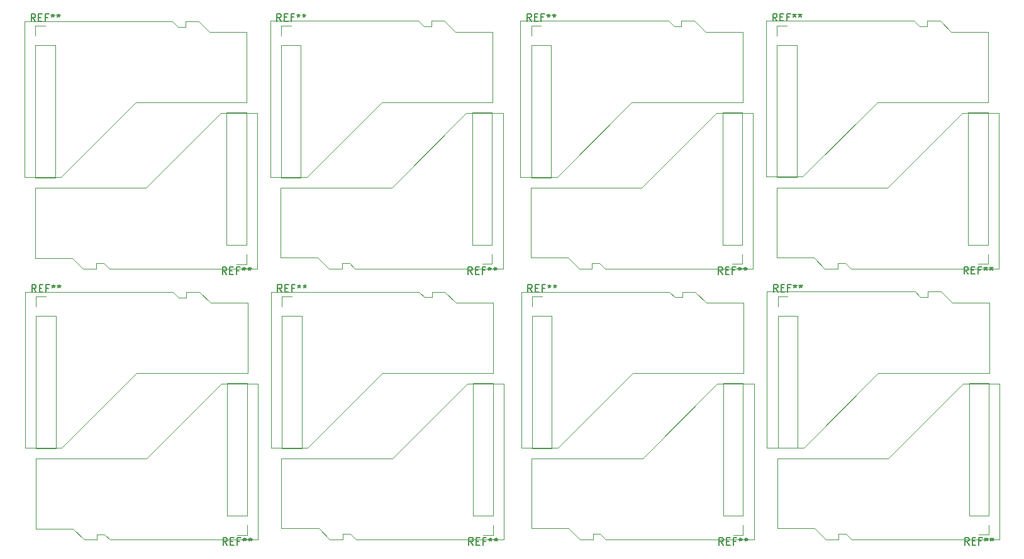
<source format=gbr>
%TF.GenerationSoftware,KiCad,Pcbnew,(7.0.0-0)*%
%TF.CreationDate,2023-03-26T23:37:05+02:00*%
%TF.ProjectId,microsdcard_sub_panelized_wocuts,6d696372-6f73-4646-9361-72645f737562,rev?*%
%TF.SameCoordinates,Original*%
%TF.FileFunction,Legend,Top*%
%TF.FilePolarity,Positive*%
%FSLAX46Y46*%
G04 Gerber Fmt 4.6, Leading zero omitted, Abs format (unit mm)*
G04 Created by KiCad (PCBNEW (7.0.0-0)) date 2023-03-26 23:37:05*
%MOMM*%
%LPD*%
G01*
G04 APERTURE LIST*
%ADD10C,0.050000*%
%ADD11C,0.150000*%
%ADD12C,0.120000*%
G04 APERTURE END LIST*
D10*
X147264200Y-88765400D02*
X137205800Y-98823800D01*
X137205800Y-98823800D02*
X122278200Y-98823800D01*
X122278200Y-108270800D02*
X122278200Y-98827200D01*
X127278201Y-108270800D02*
X122278200Y-108270800D01*
X152191800Y-109770800D02*
X152191800Y-88765399D01*
X130528200Y-109770800D02*
X128778200Y-109770800D01*
X152191800Y-88765399D02*
X147264200Y-88765400D01*
X102786000Y-87322000D02*
X117713600Y-87322000D01*
X107713600Y-76375000D02*
X87800000Y-76375000D01*
X87800000Y-97380400D02*
X92727600Y-97380400D01*
X87800000Y-76375000D02*
X87800000Y-97380400D01*
X117713600Y-77875000D02*
X117713600Y-87318600D01*
X109463600Y-77125000D02*
X109463600Y-76375000D01*
X112713600Y-77875000D02*
X117713600Y-77875000D01*
X109463600Y-76375000D02*
X111213600Y-76375000D01*
X92727600Y-97380400D02*
X102786000Y-87322000D01*
X108463600Y-77125000D02*
X109463600Y-77125000D01*
X107713600Y-76375000D02*
X108463600Y-77125000D01*
X111213600Y-76375000D02*
X112713600Y-77875000D01*
X132278200Y-109770800D02*
X131528199Y-109020800D01*
X130528201Y-109020800D02*
X130528200Y-109770800D01*
X128778200Y-109770800D02*
X127278201Y-108270800D01*
X119115200Y-109785400D02*
X119115200Y-88779999D01*
X89201600Y-108285400D02*
X89201600Y-98841800D01*
X95701600Y-109785400D02*
X94201601Y-108285400D01*
X94201601Y-108285400D02*
X89201600Y-108285400D01*
X98451599Y-109035400D02*
X97451601Y-109035400D01*
X99201600Y-109785400D02*
X98451599Y-109035400D01*
X114187600Y-88780000D02*
X104129200Y-98838400D01*
X99201600Y-109785400D02*
X119115200Y-109785400D01*
X97451600Y-109785400D02*
X95701600Y-109785400D01*
X119115200Y-88779999D02*
X114187600Y-88780000D01*
X104129200Y-98838400D02*
X89201600Y-98838400D01*
X132278200Y-109770800D02*
X152191800Y-109770800D01*
X131528199Y-109020800D02*
X130528201Y-109020800D01*
X97451601Y-109035400D02*
X97451600Y-109785400D01*
X209291800Y-77095800D02*
X209291800Y-76345800D01*
X208291800Y-77095800D02*
X209291800Y-77095800D01*
X209291800Y-76345800D02*
X211041800Y-76345800D01*
X207541800Y-76345800D02*
X187628200Y-76345800D01*
X217541800Y-77845800D02*
X217541800Y-87289400D01*
X202614200Y-87292800D02*
X217541800Y-87292800D01*
X207541800Y-76345800D02*
X208291800Y-77095800D01*
X187628200Y-97351200D02*
X192555800Y-97351200D01*
X187628200Y-76345800D02*
X187628200Y-97351200D01*
X212541800Y-77845800D02*
X217541800Y-77845800D01*
X192555800Y-97351200D02*
X202614200Y-87292800D01*
X211041800Y-76345800D02*
X212541800Y-77845800D01*
X154551600Y-76360400D02*
X154551600Y-97365800D01*
X179465200Y-77860400D02*
X184465200Y-77860400D01*
X176215200Y-76360400D02*
X177965200Y-76360400D01*
X154551600Y-97365800D02*
X159479200Y-97365800D01*
X176215200Y-77110400D02*
X176215200Y-76360400D01*
X169537600Y-87307400D02*
X184465200Y-87307400D01*
X174465200Y-76360400D02*
X154551600Y-76360400D01*
X175215200Y-77110400D02*
X176215200Y-77110400D01*
X177965200Y-76360400D02*
X179465200Y-77860400D01*
X159479200Y-97365800D02*
X169537600Y-87307400D01*
X174465200Y-76360400D02*
X175215200Y-77110400D01*
X184465200Y-77860400D02*
X184465200Y-87304000D01*
X180939200Y-88765400D02*
X170880800Y-98823800D01*
X170880800Y-98823800D02*
X155953200Y-98823800D01*
X160953201Y-108270800D02*
X155953200Y-108270800D01*
X155953200Y-108270800D02*
X155953200Y-98827200D01*
X185866800Y-109770800D02*
X185866800Y-88765399D01*
X185866800Y-88765399D02*
X180939200Y-88765400D01*
X164203201Y-109020800D02*
X164203200Y-109770800D01*
X165953200Y-109770800D02*
X185866800Y-109770800D01*
X165953200Y-109770800D02*
X165203199Y-109020800D01*
X162453200Y-109770800D02*
X160953201Y-108270800D01*
X165203199Y-109020800D02*
X164203201Y-109020800D01*
X164203200Y-109770800D02*
X162453200Y-109770800D01*
X142540200Y-77110400D02*
X142540200Y-76360400D01*
X120876600Y-97365800D02*
X125804200Y-97365800D01*
X150790200Y-77860400D02*
X150790200Y-87304000D01*
X135862600Y-87307400D02*
X150790200Y-87307400D01*
X141540200Y-77110400D02*
X142540200Y-77110400D01*
X144290200Y-76360400D02*
X145790200Y-77860400D01*
X120876600Y-76360400D02*
X120876600Y-97365800D01*
X125804200Y-97365800D02*
X135862600Y-87307400D01*
X140790200Y-76360400D02*
X120876600Y-76360400D01*
X145790200Y-77860400D02*
X150790200Y-77860400D01*
X142540200Y-76360400D02*
X144290200Y-76360400D01*
X140790200Y-76360400D02*
X141540200Y-77110400D01*
X218943400Y-109756200D02*
X218943400Y-88750799D01*
X199029800Y-109756200D02*
X198279799Y-109006200D01*
X218943400Y-88750799D02*
X214015800Y-88750800D01*
X195529800Y-109756200D02*
X194029801Y-108256200D01*
X198279799Y-109006200D02*
X197279801Y-109006200D01*
X189029800Y-108256200D02*
X189029800Y-98812600D01*
X197279800Y-109756200D02*
X195529800Y-109756200D01*
X199029800Y-109756200D02*
X218943400Y-109756200D01*
X214015800Y-88750800D02*
X203957400Y-98809200D01*
X194029801Y-108256200D02*
X189029800Y-108256200D01*
X197279801Y-109006200D02*
X197279800Y-109756200D01*
X203957400Y-98809200D02*
X189029800Y-98809200D01*
X154651600Y-112860400D02*
X154651600Y-133865800D01*
X179565200Y-114360400D02*
X184565200Y-114360400D01*
X176315200Y-112860400D02*
X178065200Y-112860400D01*
X154651600Y-133865800D02*
X159579200Y-133865800D01*
X176315200Y-113610400D02*
X176315200Y-112860400D01*
X169637600Y-123807400D02*
X184565200Y-123807400D01*
X174565200Y-112860400D02*
X154651600Y-112860400D01*
X175315200Y-113610400D02*
X176315200Y-113610400D01*
X178065200Y-112860400D02*
X179565200Y-114360400D01*
X159579200Y-133865800D02*
X169637600Y-123807400D01*
X174565200Y-112860400D02*
X175315200Y-113610400D01*
X184565200Y-114360400D02*
X184565200Y-123804000D01*
X202714200Y-123792800D02*
X217641800Y-123792800D01*
X207641800Y-112845800D02*
X208391800Y-113595800D01*
X187728200Y-133851200D02*
X192655800Y-133851200D01*
X187728200Y-112845800D02*
X187728200Y-133851200D01*
X212641800Y-114345800D02*
X217641800Y-114345800D01*
X192655800Y-133851200D02*
X202714200Y-123792800D01*
X211141800Y-112845800D02*
X212641800Y-114345800D01*
X208391800Y-113595800D02*
X209391800Y-113595800D01*
X209391800Y-112845800D02*
X211141800Y-112845800D01*
X207641800Y-112845800D02*
X187728200Y-112845800D01*
X217641800Y-114345800D02*
X217641800Y-123789400D01*
X209391800Y-113595800D02*
X209391800Y-112845800D01*
X181039200Y-125265400D02*
X170980800Y-135323800D01*
X170980800Y-135323800D02*
X156053200Y-135323800D01*
X161053201Y-144770800D02*
X156053200Y-144770800D01*
X156053200Y-144770800D02*
X156053200Y-135327200D01*
X185966800Y-146270800D02*
X185966800Y-125265399D01*
X185966800Y-125265399D02*
X181039200Y-125265400D01*
X164303201Y-145520800D02*
X164303200Y-146270800D01*
X166053200Y-146270800D02*
X185966800Y-146270800D01*
X166053200Y-146270800D02*
X165303199Y-145520800D01*
X162553200Y-146270800D02*
X161053201Y-144770800D01*
X165303199Y-145520800D02*
X164303201Y-145520800D01*
X164303200Y-146270800D02*
X162553200Y-146270800D01*
X141640200Y-113610400D02*
X142640200Y-113610400D01*
X144390200Y-112860400D02*
X145890200Y-114360400D01*
X120976600Y-112860400D02*
X120976600Y-133865800D01*
X125904200Y-133865800D02*
X135962600Y-123807400D01*
X140890200Y-112860400D02*
X120976600Y-112860400D01*
X145890200Y-114360400D02*
X150890200Y-114360400D01*
X142640200Y-112860400D02*
X144390200Y-112860400D01*
X140890200Y-112860400D02*
X141640200Y-113610400D01*
X142640200Y-113610400D02*
X142640200Y-112860400D01*
X120976600Y-133865800D02*
X125904200Y-133865800D01*
X150890200Y-114360400D02*
X150890200Y-123804000D01*
X135962600Y-123807400D02*
X150890200Y-123807400D01*
X219043400Y-146256200D02*
X219043400Y-125250799D01*
X199129800Y-146256200D02*
X198379799Y-145506200D01*
X219043400Y-125250799D02*
X214115800Y-125250800D01*
X195629800Y-146256200D02*
X194129801Y-144756200D01*
X198379799Y-145506200D02*
X197379801Y-145506200D01*
X189129800Y-144756200D02*
X189129800Y-135312600D01*
X197379800Y-146256200D02*
X195629800Y-146256200D01*
X199129800Y-146256200D02*
X219043400Y-146256200D01*
X214115800Y-125250800D02*
X204057400Y-135309200D01*
X194129801Y-144756200D02*
X189129800Y-144756200D01*
X197379801Y-145506200D02*
X197379800Y-146256200D01*
X204057400Y-135309200D02*
X189129800Y-135309200D01*
X147364200Y-125265400D02*
X137305800Y-135323800D01*
X137305800Y-135323800D02*
X122378200Y-135323800D01*
X122378200Y-144770800D02*
X122378200Y-135327200D01*
X127378201Y-144770800D02*
X122378200Y-144770800D01*
X152291800Y-146270800D02*
X152291800Y-125265399D01*
X130628200Y-146270800D02*
X128878200Y-146270800D01*
X132378200Y-146270800D02*
X131628199Y-145520800D01*
X130628201Y-145520800D02*
X130628200Y-146270800D01*
X128878200Y-146270800D02*
X127378201Y-144770800D01*
X132378200Y-146270800D02*
X152291800Y-146270800D01*
X131628199Y-145520800D02*
X130628201Y-145520800D01*
X152291800Y-125265399D02*
X147364200Y-125265400D01*
X102886000Y-123822000D02*
X117813600Y-123822000D01*
X107813600Y-112875000D02*
X87900000Y-112875000D01*
X87900000Y-133880400D02*
X92827600Y-133880400D01*
X87900000Y-112875000D02*
X87900000Y-133880400D01*
X117813600Y-114375000D02*
X117813600Y-123818600D01*
X109563600Y-113625000D02*
X109563600Y-112875000D01*
X112813600Y-114375000D02*
X117813600Y-114375000D01*
X109563600Y-112875000D02*
X111313600Y-112875000D01*
X92827600Y-133880400D02*
X102886000Y-123822000D01*
X108563600Y-113625000D02*
X109563600Y-113625000D01*
X107813600Y-112875000D02*
X108563600Y-113625000D01*
X111313600Y-112875000D02*
X112813600Y-114375000D01*
X119215200Y-146285400D02*
X119215200Y-125279999D01*
X89301600Y-144785400D02*
X89301600Y-135341800D01*
X95801600Y-146285400D02*
X94301601Y-144785400D01*
X94301601Y-144785400D02*
X89301600Y-144785400D01*
X98551599Y-145535400D02*
X97551601Y-145535400D01*
X99301600Y-146285400D02*
X98551599Y-145535400D01*
X114287600Y-125280000D02*
X104229200Y-135338400D01*
X99301600Y-146285400D02*
X119215200Y-146285400D01*
X97551600Y-146285400D02*
X95801600Y-146285400D01*
X119215200Y-125279999D02*
X114287600Y-125280000D01*
X104229200Y-135338400D02*
X89301600Y-135338400D01*
X97551601Y-145535400D02*
X97551600Y-146285400D01*
D11*
%TO.C,REF\u002A\u002A*%
X156006866Y-76372780D02*
X155673533Y-75896590D01*
X155435438Y-76372780D02*
X155435438Y-75372780D01*
X155435438Y-75372780D02*
X155816390Y-75372780D01*
X155816390Y-75372780D02*
X155911628Y-75420400D01*
X155911628Y-75420400D02*
X155959247Y-75468019D01*
X155959247Y-75468019D02*
X156006866Y-75563257D01*
X156006866Y-75563257D02*
X156006866Y-75706114D01*
X156006866Y-75706114D02*
X155959247Y-75801352D01*
X155959247Y-75801352D02*
X155911628Y-75848971D01*
X155911628Y-75848971D02*
X155816390Y-75896590D01*
X155816390Y-75896590D02*
X155435438Y-75896590D01*
X156435438Y-75848971D02*
X156768771Y-75848971D01*
X156911628Y-76372780D02*
X156435438Y-76372780D01*
X156435438Y-76372780D02*
X156435438Y-75372780D01*
X156435438Y-75372780D02*
X156911628Y-75372780D01*
X157673533Y-75848971D02*
X157340200Y-75848971D01*
X157340200Y-76372780D02*
X157340200Y-75372780D01*
X157340200Y-75372780D02*
X157816390Y-75372780D01*
X158340200Y-75372780D02*
X158340200Y-75610876D01*
X158102105Y-75515638D02*
X158340200Y-75610876D01*
X158340200Y-75610876D02*
X158578295Y-75515638D01*
X158197343Y-75801352D02*
X158340200Y-75610876D01*
X158340200Y-75610876D02*
X158483057Y-75801352D01*
X159102105Y-75372780D02*
X159102105Y-75610876D01*
X158864010Y-75515638D02*
X159102105Y-75610876D01*
X159102105Y-75610876D02*
X159340200Y-75515638D01*
X158959248Y-75801352D02*
X159102105Y-75610876D01*
X159102105Y-75610876D02*
X159244962Y-75801352D01*
X122331866Y-76372780D02*
X121998533Y-75896590D01*
X121760438Y-76372780D02*
X121760438Y-75372780D01*
X121760438Y-75372780D02*
X122141390Y-75372780D01*
X122141390Y-75372780D02*
X122236628Y-75420400D01*
X122236628Y-75420400D02*
X122284247Y-75468019D01*
X122284247Y-75468019D02*
X122331866Y-75563257D01*
X122331866Y-75563257D02*
X122331866Y-75706114D01*
X122331866Y-75706114D02*
X122284247Y-75801352D01*
X122284247Y-75801352D02*
X122236628Y-75848971D01*
X122236628Y-75848971D02*
X122141390Y-75896590D01*
X122141390Y-75896590D02*
X121760438Y-75896590D01*
X122760438Y-75848971D02*
X123093771Y-75848971D01*
X123236628Y-76372780D02*
X122760438Y-76372780D01*
X122760438Y-76372780D02*
X122760438Y-75372780D01*
X122760438Y-75372780D02*
X123236628Y-75372780D01*
X123998533Y-75848971D02*
X123665200Y-75848971D01*
X123665200Y-76372780D02*
X123665200Y-75372780D01*
X123665200Y-75372780D02*
X124141390Y-75372780D01*
X124665200Y-75372780D02*
X124665200Y-75610876D01*
X124427105Y-75515638D02*
X124665200Y-75610876D01*
X124665200Y-75610876D02*
X124903295Y-75515638D01*
X124522343Y-75801352D02*
X124665200Y-75610876D01*
X124665200Y-75610876D02*
X124808057Y-75801352D01*
X125427105Y-75372780D02*
X125427105Y-75610876D01*
X125189010Y-75515638D02*
X125427105Y-75610876D01*
X125427105Y-75610876D02*
X125665200Y-75515638D01*
X125284248Y-75801352D02*
X125427105Y-75610876D01*
X125427105Y-75610876D02*
X125569962Y-75801352D01*
X181744866Y-110493180D02*
X181411533Y-110016990D01*
X181173438Y-110493180D02*
X181173438Y-109493180D01*
X181173438Y-109493180D02*
X181554390Y-109493180D01*
X181554390Y-109493180D02*
X181649628Y-109540800D01*
X181649628Y-109540800D02*
X181697247Y-109588419D01*
X181697247Y-109588419D02*
X181744866Y-109683657D01*
X181744866Y-109683657D02*
X181744866Y-109826514D01*
X181744866Y-109826514D02*
X181697247Y-109921752D01*
X181697247Y-109921752D02*
X181649628Y-109969371D01*
X181649628Y-109969371D02*
X181554390Y-110016990D01*
X181554390Y-110016990D02*
X181173438Y-110016990D01*
X182173438Y-109969371D02*
X182506771Y-109969371D01*
X182649628Y-110493180D02*
X182173438Y-110493180D01*
X182173438Y-110493180D02*
X182173438Y-109493180D01*
X182173438Y-109493180D02*
X182649628Y-109493180D01*
X183411533Y-109969371D02*
X183078200Y-109969371D01*
X183078200Y-110493180D02*
X183078200Y-109493180D01*
X183078200Y-109493180D02*
X183554390Y-109493180D01*
X184078200Y-109493180D02*
X184078200Y-109731276D01*
X183840105Y-109636038D02*
X184078200Y-109731276D01*
X184078200Y-109731276D02*
X184316295Y-109636038D01*
X183935343Y-109921752D02*
X184078200Y-109731276D01*
X184078200Y-109731276D02*
X184221057Y-109921752D01*
X184840105Y-109493180D02*
X184840105Y-109731276D01*
X184602010Y-109636038D02*
X184840105Y-109731276D01*
X184840105Y-109731276D02*
X185078200Y-109636038D01*
X184697248Y-109921752D02*
X184840105Y-109731276D01*
X184840105Y-109731276D02*
X184982962Y-109921752D01*
X148069866Y-110493180D02*
X147736533Y-110016990D01*
X147498438Y-110493180D02*
X147498438Y-109493180D01*
X147498438Y-109493180D02*
X147879390Y-109493180D01*
X147879390Y-109493180D02*
X147974628Y-109540800D01*
X147974628Y-109540800D02*
X148022247Y-109588419D01*
X148022247Y-109588419D02*
X148069866Y-109683657D01*
X148069866Y-109683657D02*
X148069866Y-109826514D01*
X148069866Y-109826514D02*
X148022247Y-109921752D01*
X148022247Y-109921752D02*
X147974628Y-109969371D01*
X147974628Y-109969371D02*
X147879390Y-110016990D01*
X147879390Y-110016990D02*
X147498438Y-110016990D01*
X148498438Y-109969371D02*
X148831771Y-109969371D01*
X148974628Y-110493180D02*
X148498438Y-110493180D01*
X148498438Y-110493180D02*
X148498438Y-109493180D01*
X148498438Y-109493180D02*
X148974628Y-109493180D01*
X149736533Y-109969371D02*
X149403200Y-109969371D01*
X149403200Y-110493180D02*
X149403200Y-109493180D01*
X149403200Y-109493180D02*
X149879390Y-109493180D01*
X150403200Y-109493180D02*
X150403200Y-109731276D01*
X150165105Y-109636038D02*
X150403200Y-109731276D01*
X150403200Y-109731276D02*
X150641295Y-109636038D01*
X150260343Y-109921752D02*
X150403200Y-109731276D01*
X150403200Y-109731276D02*
X150546057Y-109921752D01*
X151165105Y-109493180D02*
X151165105Y-109731276D01*
X150927010Y-109636038D02*
X151165105Y-109731276D01*
X151165105Y-109731276D02*
X151403200Y-109636038D01*
X151022248Y-109921752D02*
X151165105Y-109731276D01*
X151165105Y-109731276D02*
X151307962Y-109921752D01*
X114993266Y-110507780D02*
X114659933Y-110031590D01*
X114421838Y-110507780D02*
X114421838Y-109507780D01*
X114421838Y-109507780D02*
X114802790Y-109507780D01*
X114802790Y-109507780D02*
X114898028Y-109555400D01*
X114898028Y-109555400D02*
X114945647Y-109603019D01*
X114945647Y-109603019D02*
X114993266Y-109698257D01*
X114993266Y-109698257D02*
X114993266Y-109841114D01*
X114993266Y-109841114D02*
X114945647Y-109936352D01*
X114945647Y-109936352D02*
X114898028Y-109983971D01*
X114898028Y-109983971D02*
X114802790Y-110031590D01*
X114802790Y-110031590D02*
X114421838Y-110031590D01*
X115421838Y-109983971D02*
X115755171Y-109983971D01*
X115898028Y-110507780D02*
X115421838Y-110507780D01*
X115421838Y-110507780D02*
X115421838Y-109507780D01*
X115421838Y-109507780D02*
X115898028Y-109507780D01*
X116659933Y-109983971D02*
X116326600Y-109983971D01*
X116326600Y-110507780D02*
X116326600Y-109507780D01*
X116326600Y-109507780D02*
X116802790Y-109507780D01*
X117326600Y-109507780D02*
X117326600Y-109745876D01*
X117088505Y-109650638D02*
X117326600Y-109745876D01*
X117326600Y-109745876D02*
X117564695Y-109650638D01*
X117183743Y-109936352D02*
X117326600Y-109745876D01*
X117326600Y-109745876D02*
X117469457Y-109936352D01*
X118088505Y-109507780D02*
X118088505Y-109745876D01*
X117850410Y-109650638D02*
X118088505Y-109745876D01*
X118088505Y-109745876D02*
X118326600Y-109650638D01*
X117945648Y-109936352D02*
X118088505Y-109745876D01*
X118088505Y-109745876D02*
X118231362Y-109936352D01*
X89255266Y-76387380D02*
X88921933Y-75911190D01*
X88683838Y-76387380D02*
X88683838Y-75387380D01*
X88683838Y-75387380D02*
X89064790Y-75387380D01*
X89064790Y-75387380D02*
X89160028Y-75435000D01*
X89160028Y-75435000D02*
X89207647Y-75482619D01*
X89207647Y-75482619D02*
X89255266Y-75577857D01*
X89255266Y-75577857D02*
X89255266Y-75720714D01*
X89255266Y-75720714D02*
X89207647Y-75815952D01*
X89207647Y-75815952D02*
X89160028Y-75863571D01*
X89160028Y-75863571D02*
X89064790Y-75911190D01*
X89064790Y-75911190D02*
X88683838Y-75911190D01*
X89683838Y-75863571D02*
X90017171Y-75863571D01*
X90160028Y-76387380D02*
X89683838Y-76387380D01*
X89683838Y-76387380D02*
X89683838Y-75387380D01*
X89683838Y-75387380D02*
X90160028Y-75387380D01*
X90921933Y-75863571D02*
X90588600Y-75863571D01*
X90588600Y-76387380D02*
X90588600Y-75387380D01*
X90588600Y-75387380D02*
X91064790Y-75387380D01*
X91588600Y-75387380D02*
X91588600Y-75625476D01*
X91350505Y-75530238D02*
X91588600Y-75625476D01*
X91588600Y-75625476D02*
X91826695Y-75530238D01*
X91445743Y-75815952D02*
X91588600Y-75625476D01*
X91588600Y-75625476D02*
X91731457Y-75815952D01*
X92350505Y-75387380D02*
X92350505Y-75625476D01*
X92112410Y-75530238D02*
X92350505Y-75625476D01*
X92350505Y-75625476D02*
X92588600Y-75530238D01*
X92207648Y-75815952D02*
X92350505Y-75625476D01*
X92350505Y-75625476D02*
X92493362Y-75815952D01*
X189083466Y-76358180D02*
X188750133Y-75881990D01*
X188512038Y-76358180D02*
X188512038Y-75358180D01*
X188512038Y-75358180D02*
X188892990Y-75358180D01*
X188892990Y-75358180D02*
X188988228Y-75405800D01*
X188988228Y-75405800D02*
X189035847Y-75453419D01*
X189035847Y-75453419D02*
X189083466Y-75548657D01*
X189083466Y-75548657D02*
X189083466Y-75691514D01*
X189083466Y-75691514D02*
X189035847Y-75786752D01*
X189035847Y-75786752D02*
X188988228Y-75834371D01*
X188988228Y-75834371D02*
X188892990Y-75881990D01*
X188892990Y-75881990D02*
X188512038Y-75881990D01*
X189512038Y-75834371D02*
X189845371Y-75834371D01*
X189988228Y-76358180D02*
X189512038Y-76358180D01*
X189512038Y-76358180D02*
X189512038Y-75358180D01*
X189512038Y-75358180D02*
X189988228Y-75358180D01*
X190750133Y-75834371D02*
X190416800Y-75834371D01*
X190416800Y-76358180D02*
X190416800Y-75358180D01*
X190416800Y-75358180D02*
X190892990Y-75358180D01*
X191416800Y-75358180D02*
X191416800Y-75596276D01*
X191178705Y-75501038D02*
X191416800Y-75596276D01*
X191416800Y-75596276D02*
X191654895Y-75501038D01*
X191273943Y-75786752D02*
X191416800Y-75596276D01*
X191416800Y-75596276D02*
X191559657Y-75786752D01*
X192178705Y-75358180D02*
X192178705Y-75596276D01*
X191940610Y-75501038D02*
X192178705Y-75596276D01*
X192178705Y-75596276D02*
X192416800Y-75501038D01*
X192035848Y-75786752D02*
X192178705Y-75596276D01*
X192178705Y-75596276D02*
X192321562Y-75786752D01*
X214821466Y-110478580D02*
X214488133Y-110002390D01*
X214250038Y-110478580D02*
X214250038Y-109478580D01*
X214250038Y-109478580D02*
X214630990Y-109478580D01*
X214630990Y-109478580D02*
X214726228Y-109526200D01*
X214726228Y-109526200D02*
X214773847Y-109573819D01*
X214773847Y-109573819D02*
X214821466Y-109669057D01*
X214821466Y-109669057D02*
X214821466Y-109811914D01*
X214821466Y-109811914D02*
X214773847Y-109907152D01*
X214773847Y-109907152D02*
X214726228Y-109954771D01*
X214726228Y-109954771D02*
X214630990Y-110002390D01*
X214630990Y-110002390D02*
X214250038Y-110002390D01*
X215250038Y-109954771D02*
X215583371Y-109954771D01*
X215726228Y-110478580D02*
X215250038Y-110478580D01*
X215250038Y-110478580D02*
X215250038Y-109478580D01*
X215250038Y-109478580D02*
X215726228Y-109478580D01*
X216488133Y-109954771D02*
X216154800Y-109954771D01*
X216154800Y-110478580D02*
X216154800Y-109478580D01*
X216154800Y-109478580D02*
X216630990Y-109478580D01*
X217154800Y-109478580D02*
X217154800Y-109716676D01*
X216916705Y-109621438D02*
X217154800Y-109716676D01*
X217154800Y-109716676D02*
X217392895Y-109621438D01*
X217011943Y-109907152D02*
X217154800Y-109716676D01*
X217154800Y-109716676D02*
X217297657Y-109907152D01*
X217916705Y-109478580D02*
X217916705Y-109716676D01*
X217678610Y-109621438D02*
X217916705Y-109716676D01*
X217916705Y-109716676D02*
X218154800Y-109621438D01*
X217773848Y-109907152D02*
X217916705Y-109716676D01*
X217916705Y-109716676D02*
X218059562Y-109907152D01*
X89355266Y-112887380D02*
X89021933Y-112411190D01*
X88783838Y-112887380D02*
X88783838Y-111887380D01*
X88783838Y-111887380D02*
X89164790Y-111887380D01*
X89164790Y-111887380D02*
X89260028Y-111935000D01*
X89260028Y-111935000D02*
X89307647Y-111982619D01*
X89307647Y-111982619D02*
X89355266Y-112077857D01*
X89355266Y-112077857D02*
X89355266Y-112220714D01*
X89355266Y-112220714D02*
X89307647Y-112315952D01*
X89307647Y-112315952D02*
X89260028Y-112363571D01*
X89260028Y-112363571D02*
X89164790Y-112411190D01*
X89164790Y-112411190D02*
X88783838Y-112411190D01*
X89783838Y-112363571D02*
X90117171Y-112363571D01*
X90260028Y-112887380D02*
X89783838Y-112887380D01*
X89783838Y-112887380D02*
X89783838Y-111887380D01*
X89783838Y-111887380D02*
X90260028Y-111887380D01*
X91021933Y-112363571D02*
X90688600Y-112363571D01*
X90688600Y-112887380D02*
X90688600Y-111887380D01*
X90688600Y-111887380D02*
X91164790Y-111887380D01*
X91688600Y-111887380D02*
X91688600Y-112125476D01*
X91450505Y-112030238D02*
X91688600Y-112125476D01*
X91688600Y-112125476D02*
X91926695Y-112030238D01*
X91545743Y-112315952D02*
X91688600Y-112125476D01*
X91688600Y-112125476D02*
X91831457Y-112315952D01*
X92450505Y-111887380D02*
X92450505Y-112125476D01*
X92212410Y-112030238D02*
X92450505Y-112125476D01*
X92450505Y-112125476D02*
X92688600Y-112030238D01*
X92307648Y-112315952D02*
X92450505Y-112125476D01*
X92450505Y-112125476D02*
X92593362Y-112315952D01*
X214921466Y-146978580D02*
X214588133Y-146502390D01*
X214350038Y-146978580D02*
X214350038Y-145978580D01*
X214350038Y-145978580D02*
X214730990Y-145978580D01*
X214730990Y-145978580D02*
X214826228Y-146026200D01*
X214826228Y-146026200D02*
X214873847Y-146073819D01*
X214873847Y-146073819D02*
X214921466Y-146169057D01*
X214921466Y-146169057D02*
X214921466Y-146311914D01*
X214921466Y-146311914D02*
X214873847Y-146407152D01*
X214873847Y-146407152D02*
X214826228Y-146454771D01*
X214826228Y-146454771D02*
X214730990Y-146502390D01*
X214730990Y-146502390D02*
X214350038Y-146502390D01*
X215350038Y-146454771D02*
X215683371Y-146454771D01*
X215826228Y-146978580D02*
X215350038Y-146978580D01*
X215350038Y-146978580D02*
X215350038Y-145978580D01*
X215350038Y-145978580D02*
X215826228Y-145978580D01*
X216588133Y-146454771D02*
X216254800Y-146454771D01*
X216254800Y-146978580D02*
X216254800Y-145978580D01*
X216254800Y-145978580D02*
X216730990Y-145978580D01*
X217254800Y-145978580D02*
X217254800Y-146216676D01*
X217016705Y-146121438D02*
X217254800Y-146216676D01*
X217254800Y-146216676D02*
X217492895Y-146121438D01*
X217111943Y-146407152D02*
X217254800Y-146216676D01*
X217254800Y-146216676D02*
X217397657Y-146407152D01*
X218016705Y-145978580D02*
X218016705Y-146216676D01*
X217778610Y-146121438D02*
X218016705Y-146216676D01*
X218016705Y-146216676D02*
X218254800Y-146121438D01*
X217873848Y-146407152D02*
X218016705Y-146216676D01*
X218016705Y-146216676D02*
X218159562Y-146407152D01*
X156106866Y-112872780D02*
X155773533Y-112396590D01*
X155535438Y-112872780D02*
X155535438Y-111872780D01*
X155535438Y-111872780D02*
X155916390Y-111872780D01*
X155916390Y-111872780D02*
X156011628Y-111920400D01*
X156011628Y-111920400D02*
X156059247Y-111968019D01*
X156059247Y-111968019D02*
X156106866Y-112063257D01*
X156106866Y-112063257D02*
X156106866Y-112206114D01*
X156106866Y-112206114D02*
X156059247Y-112301352D01*
X156059247Y-112301352D02*
X156011628Y-112348971D01*
X156011628Y-112348971D02*
X155916390Y-112396590D01*
X155916390Y-112396590D02*
X155535438Y-112396590D01*
X156535438Y-112348971D02*
X156868771Y-112348971D01*
X157011628Y-112872780D02*
X156535438Y-112872780D01*
X156535438Y-112872780D02*
X156535438Y-111872780D01*
X156535438Y-111872780D02*
X157011628Y-111872780D01*
X157773533Y-112348971D02*
X157440200Y-112348971D01*
X157440200Y-112872780D02*
X157440200Y-111872780D01*
X157440200Y-111872780D02*
X157916390Y-111872780D01*
X158440200Y-111872780D02*
X158440200Y-112110876D01*
X158202105Y-112015638D02*
X158440200Y-112110876D01*
X158440200Y-112110876D02*
X158678295Y-112015638D01*
X158297343Y-112301352D02*
X158440200Y-112110876D01*
X158440200Y-112110876D02*
X158583057Y-112301352D01*
X159202105Y-111872780D02*
X159202105Y-112110876D01*
X158964010Y-112015638D02*
X159202105Y-112110876D01*
X159202105Y-112110876D02*
X159440200Y-112015638D01*
X159059248Y-112301352D02*
X159202105Y-112110876D01*
X159202105Y-112110876D02*
X159344962Y-112301352D01*
X189183466Y-112858180D02*
X188850133Y-112381990D01*
X188612038Y-112858180D02*
X188612038Y-111858180D01*
X188612038Y-111858180D02*
X188992990Y-111858180D01*
X188992990Y-111858180D02*
X189088228Y-111905800D01*
X189088228Y-111905800D02*
X189135847Y-111953419D01*
X189135847Y-111953419D02*
X189183466Y-112048657D01*
X189183466Y-112048657D02*
X189183466Y-112191514D01*
X189183466Y-112191514D02*
X189135847Y-112286752D01*
X189135847Y-112286752D02*
X189088228Y-112334371D01*
X189088228Y-112334371D02*
X188992990Y-112381990D01*
X188992990Y-112381990D02*
X188612038Y-112381990D01*
X189612038Y-112334371D02*
X189945371Y-112334371D01*
X190088228Y-112858180D02*
X189612038Y-112858180D01*
X189612038Y-112858180D02*
X189612038Y-111858180D01*
X189612038Y-111858180D02*
X190088228Y-111858180D01*
X190850133Y-112334371D02*
X190516800Y-112334371D01*
X190516800Y-112858180D02*
X190516800Y-111858180D01*
X190516800Y-111858180D02*
X190992990Y-111858180D01*
X191516800Y-111858180D02*
X191516800Y-112096276D01*
X191278705Y-112001038D02*
X191516800Y-112096276D01*
X191516800Y-112096276D02*
X191754895Y-112001038D01*
X191373943Y-112286752D02*
X191516800Y-112096276D01*
X191516800Y-112096276D02*
X191659657Y-112286752D01*
X192278705Y-111858180D02*
X192278705Y-112096276D01*
X192040610Y-112001038D02*
X192278705Y-112096276D01*
X192278705Y-112096276D02*
X192516800Y-112001038D01*
X192135848Y-112286752D02*
X192278705Y-112096276D01*
X192278705Y-112096276D02*
X192421562Y-112286752D01*
X181844866Y-146993180D02*
X181511533Y-146516990D01*
X181273438Y-146993180D02*
X181273438Y-145993180D01*
X181273438Y-145993180D02*
X181654390Y-145993180D01*
X181654390Y-145993180D02*
X181749628Y-146040800D01*
X181749628Y-146040800D02*
X181797247Y-146088419D01*
X181797247Y-146088419D02*
X181844866Y-146183657D01*
X181844866Y-146183657D02*
X181844866Y-146326514D01*
X181844866Y-146326514D02*
X181797247Y-146421752D01*
X181797247Y-146421752D02*
X181749628Y-146469371D01*
X181749628Y-146469371D02*
X181654390Y-146516990D01*
X181654390Y-146516990D02*
X181273438Y-146516990D01*
X182273438Y-146469371D02*
X182606771Y-146469371D01*
X182749628Y-146993180D02*
X182273438Y-146993180D01*
X182273438Y-146993180D02*
X182273438Y-145993180D01*
X182273438Y-145993180D02*
X182749628Y-145993180D01*
X183511533Y-146469371D02*
X183178200Y-146469371D01*
X183178200Y-146993180D02*
X183178200Y-145993180D01*
X183178200Y-145993180D02*
X183654390Y-145993180D01*
X184178200Y-145993180D02*
X184178200Y-146231276D01*
X183940105Y-146136038D02*
X184178200Y-146231276D01*
X184178200Y-146231276D02*
X184416295Y-146136038D01*
X184035343Y-146421752D02*
X184178200Y-146231276D01*
X184178200Y-146231276D02*
X184321057Y-146421752D01*
X184940105Y-145993180D02*
X184940105Y-146231276D01*
X184702010Y-146136038D02*
X184940105Y-146231276D01*
X184940105Y-146231276D02*
X185178200Y-146136038D01*
X184797248Y-146421752D02*
X184940105Y-146231276D01*
X184940105Y-146231276D02*
X185082962Y-146421752D01*
X122431866Y-112872780D02*
X122098533Y-112396590D01*
X121860438Y-112872780D02*
X121860438Y-111872780D01*
X121860438Y-111872780D02*
X122241390Y-111872780D01*
X122241390Y-111872780D02*
X122336628Y-111920400D01*
X122336628Y-111920400D02*
X122384247Y-111968019D01*
X122384247Y-111968019D02*
X122431866Y-112063257D01*
X122431866Y-112063257D02*
X122431866Y-112206114D01*
X122431866Y-112206114D02*
X122384247Y-112301352D01*
X122384247Y-112301352D02*
X122336628Y-112348971D01*
X122336628Y-112348971D02*
X122241390Y-112396590D01*
X122241390Y-112396590D02*
X121860438Y-112396590D01*
X122860438Y-112348971D02*
X123193771Y-112348971D01*
X123336628Y-112872780D02*
X122860438Y-112872780D01*
X122860438Y-112872780D02*
X122860438Y-111872780D01*
X122860438Y-111872780D02*
X123336628Y-111872780D01*
X124098533Y-112348971D02*
X123765200Y-112348971D01*
X123765200Y-112872780D02*
X123765200Y-111872780D01*
X123765200Y-111872780D02*
X124241390Y-111872780D01*
X124765200Y-111872780D02*
X124765200Y-112110876D01*
X124527105Y-112015638D02*
X124765200Y-112110876D01*
X124765200Y-112110876D02*
X125003295Y-112015638D01*
X124622343Y-112301352D02*
X124765200Y-112110876D01*
X124765200Y-112110876D02*
X124908057Y-112301352D01*
X125527105Y-111872780D02*
X125527105Y-112110876D01*
X125289010Y-112015638D02*
X125527105Y-112110876D01*
X125527105Y-112110876D02*
X125765200Y-112015638D01*
X125384248Y-112301352D02*
X125527105Y-112110876D01*
X125527105Y-112110876D02*
X125669962Y-112301352D01*
X148169866Y-146993180D02*
X147836533Y-146516990D01*
X147598438Y-146993180D02*
X147598438Y-145993180D01*
X147598438Y-145993180D02*
X147979390Y-145993180D01*
X147979390Y-145993180D02*
X148074628Y-146040800D01*
X148074628Y-146040800D02*
X148122247Y-146088419D01*
X148122247Y-146088419D02*
X148169866Y-146183657D01*
X148169866Y-146183657D02*
X148169866Y-146326514D01*
X148169866Y-146326514D02*
X148122247Y-146421752D01*
X148122247Y-146421752D02*
X148074628Y-146469371D01*
X148074628Y-146469371D02*
X147979390Y-146516990D01*
X147979390Y-146516990D02*
X147598438Y-146516990D01*
X148598438Y-146469371D02*
X148931771Y-146469371D01*
X149074628Y-146993180D02*
X148598438Y-146993180D01*
X148598438Y-146993180D02*
X148598438Y-145993180D01*
X148598438Y-145993180D02*
X149074628Y-145993180D01*
X149836533Y-146469371D02*
X149503200Y-146469371D01*
X149503200Y-146993180D02*
X149503200Y-145993180D01*
X149503200Y-145993180D02*
X149979390Y-145993180D01*
X150503200Y-145993180D02*
X150503200Y-146231276D01*
X150265105Y-146136038D02*
X150503200Y-146231276D01*
X150503200Y-146231276D02*
X150741295Y-146136038D01*
X150360343Y-146421752D02*
X150503200Y-146231276D01*
X150503200Y-146231276D02*
X150646057Y-146421752D01*
X151265105Y-145993180D02*
X151265105Y-146231276D01*
X151027010Y-146136038D02*
X151265105Y-146231276D01*
X151265105Y-146231276D02*
X151503200Y-146136038D01*
X151122248Y-146421752D02*
X151265105Y-146231276D01*
X151265105Y-146231276D02*
X151407962Y-146421752D01*
X115093266Y-147007780D02*
X114759933Y-146531590D01*
X114521838Y-147007780D02*
X114521838Y-146007780D01*
X114521838Y-146007780D02*
X114902790Y-146007780D01*
X114902790Y-146007780D02*
X114998028Y-146055400D01*
X114998028Y-146055400D02*
X115045647Y-146103019D01*
X115045647Y-146103019D02*
X115093266Y-146198257D01*
X115093266Y-146198257D02*
X115093266Y-146341114D01*
X115093266Y-146341114D02*
X115045647Y-146436352D01*
X115045647Y-146436352D02*
X114998028Y-146483971D01*
X114998028Y-146483971D02*
X114902790Y-146531590D01*
X114902790Y-146531590D02*
X114521838Y-146531590D01*
X115521838Y-146483971D02*
X115855171Y-146483971D01*
X115998028Y-147007780D02*
X115521838Y-147007780D01*
X115521838Y-147007780D02*
X115521838Y-146007780D01*
X115521838Y-146007780D02*
X115998028Y-146007780D01*
X116759933Y-146483971D02*
X116426600Y-146483971D01*
X116426600Y-147007780D02*
X116426600Y-146007780D01*
X116426600Y-146007780D02*
X116902790Y-146007780D01*
X117426600Y-146007780D02*
X117426600Y-146245876D01*
X117188505Y-146150638D02*
X117426600Y-146245876D01*
X117426600Y-146245876D02*
X117664695Y-146150638D01*
X117283743Y-146436352D02*
X117426600Y-146245876D01*
X117426600Y-146245876D02*
X117569457Y-146436352D01*
X118188505Y-146007780D02*
X118188505Y-146245876D01*
X117950410Y-146150638D02*
X118188505Y-146245876D01*
X118188505Y-146245876D02*
X118426600Y-146150638D01*
X118045648Y-146436352D02*
X118188505Y-146245876D01*
X118188505Y-146245876D02*
X118331362Y-146436352D01*
D12*
X156010200Y-77005400D02*
X157340200Y-77005400D01*
X156010200Y-78335400D02*
X156010200Y-77005400D01*
X156010200Y-79605400D02*
X156010200Y-97445400D01*
X156010200Y-79605400D02*
X158670200Y-79605400D01*
X156010200Y-97445400D02*
X158670200Y-97445400D01*
X158670200Y-79605400D02*
X158670200Y-97445400D01*
X122335200Y-77005400D02*
X123665200Y-77005400D01*
X122335200Y-78335400D02*
X122335200Y-77005400D01*
X122335200Y-79605400D02*
X122335200Y-97445400D01*
X122335200Y-79605400D02*
X124995200Y-79605400D01*
X122335200Y-97445400D02*
X124995200Y-97445400D01*
X124995200Y-79605400D02*
X124995200Y-97445400D01*
X184408200Y-109125800D02*
X183078200Y-109125800D01*
X184408200Y-107795800D02*
X184408200Y-109125800D01*
X184408200Y-106525800D02*
X184408200Y-88685800D01*
X184408200Y-106525800D02*
X181748200Y-106525800D01*
X184408200Y-88685800D02*
X181748200Y-88685800D01*
X181748200Y-106525800D02*
X181748200Y-88685800D01*
X150733200Y-109125800D02*
X149403200Y-109125800D01*
X150733200Y-107795800D02*
X150733200Y-109125800D01*
X150733200Y-106525800D02*
X150733200Y-88685800D01*
X150733200Y-106525800D02*
X148073200Y-106525800D01*
X150733200Y-88685800D02*
X148073200Y-88685800D01*
X148073200Y-106525800D02*
X148073200Y-88685800D01*
X117656600Y-109140400D02*
X116326600Y-109140400D01*
X117656600Y-107810400D02*
X117656600Y-109140400D01*
X117656600Y-106540400D02*
X117656600Y-88700400D01*
X117656600Y-106540400D02*
X114996600Y-106540400D01*
X117656600Y-88700400D02*
X114996600Y-88700400D01*
X114996600Y-106540400D02*
X114996600Y-88700400D01*
X89258600Y-77020000D02*
X90588600Y-77020000D01*
X89258600Y-78350000D02*
X89258600Y-77020000D01*
X89258600Y-79620000D02*
X89258600Y-97460000D01*
X89258600Y-79620000D02*
X91918600Y-79620000D01*
X89258600Y-97460000D02*
X91918600Y-97460000D01*
X91918600Y-79620000D02*
X91918600Y-97460000D01*
X189086800Y-76990800D02*
X190416800Y-76990800D01*
X189086800Y-78320800D02*
X189086800Y-76990800D01*
X189086800Y-79590800D02*
X189086800Y-97430800D01*
X189086800Y-79590800D02*
X191746800Y-79590800D01*
X189086800Y-97430800D02*
X191746800Y-97430800D01*
X191746800Y-79590800D02*
X191746800Y-97430800D01*
X217484800Y-109111200D02*
X216154800Y-109111200D01*
X217484800Y-107781200D02*
X217484800Y-109111200D01*
X217484800Y-106511200D02*
X217484800Y-88671200D01*
X217484800Y-106511200D02*
X214824800Y-106511200D01*
X217484800Y-88671200D02*
X214824800Y-88671200D01*
X214824800Y-106511200D02*
X214824800Y-88671200D01*
X89358600Y-113520000D02*
X90688600Y-113520000D01*
X89358600Y-114850000D02*
X89358600Y-113520000D01*
X89358600Y-116120000D02*
X89358600Y-133960000D01*
X89358600Y-116120000D02*
X92018600Y-116120000D01*
X89358600Y-133960000D02*
X92018600Y-133960000D01*
X92018600Y-116120000D02*
X92018600Y-133960000D01*
X217584800Y-145611200D02*
X216254800Y-145611200D01*
X217584800Y-144281200D02*
X217584800Y-145611200D01*
X217584800Y-143011200D02*
X217584800Y-125171200D01*
X217584800Y-143011200D02*
X214924800Y-143011200D01*
X217584800Y-125171200D02*
X214924800Y-125171200D01*
X214924800Y-143011200D02*
X214924800Y-125171200D01*
X156110200Y-113505400D02*
X157440200Y-113505400D01*
X156110200Y-114835400D02*
X156110200Y-113505400D01*
X156110200Y-116105400D02*
X156110200Y-133945400D01*
X156110200Y-116105400D02*
X158770200Y-116105400D01*
X156110200Y-133945400D02*
X158770200Y-133945400D01*
X158770200Y-116105400D02*
X158770200Y-133945400D01*
X189186800Y-113490800D02*
X190516800Y-113490800D01*
X189186800Y-114820800D02*
X189186800Y-113490800D01*
X189186800Y-116090800D02*
X189186800Y-133930800D01*
X189186800Y-116090800D02*
X191846800Y-116090800D01*
X189186800Y-133930800D02*
X191846800Y-133930800D01*
X191846800Y-116090800D02*
X191846800Y-133930800D01*
X184508200Y-145625800D02*
X183178200Y-145625800D01*
X184508200Y-144295800D02*
X184508200Y-145625800D01*
X184508200Y-143025800D02*
X184508200Y-125185800D01*
X184508200Y-143025800D02*
X181848200Y-143025800D01*
X184508200Y-125185800D02*
X181848200Y-125185800D01*
X181848200Y-143025800D02*
X181848200Y-125185800D01*
X122435200Y-113505400D02*
X123765200Y-113505400D01*
X122435200Y-114835400D02*
X122435200Y-113505400D01*
X122435200Y-116105400D02*
X122435200Y-133945400D01*
X122435200Y-116105400D02*
X125095200Y-116105400D01*
X122435200Y-133945400D02*
X125095200Y-133945400D01*
X125095200Y-116105400D02*
X125095200Y-133945400D01*
X150833200Y-145625800D02*
X149503200Y-145625800D01*
X150833200Y-144295800D02*
X150833200Y-145625800D01*
X150833200Y-143025800D02*
X150833200Y-125185800D01*
X150833200Y-143025800D02*
X148173200Y-143025800D01*
X150833200Y-125185800D02*
X148173200Y-125185800D01*
X148173200Y-143025800D02*
X148173200Y-125185800D01*
X117756600Y-145640400D02*
X116426600Y-145640400D01*
X117756600Y-144310400D02*
X117756600Y-145640400D01*
X117756600Y-143040400D02*
X117756600Y-125200400D01*
X117756600Y-143040400D02*
X115096600Y-143040400D01*
X117756600Y-125200400D02*
X115096600Y-125200400D01*
X115096600Y-143040400D02*
X115096600Y-125200400D01*
%TD*%
M02*

</source>
